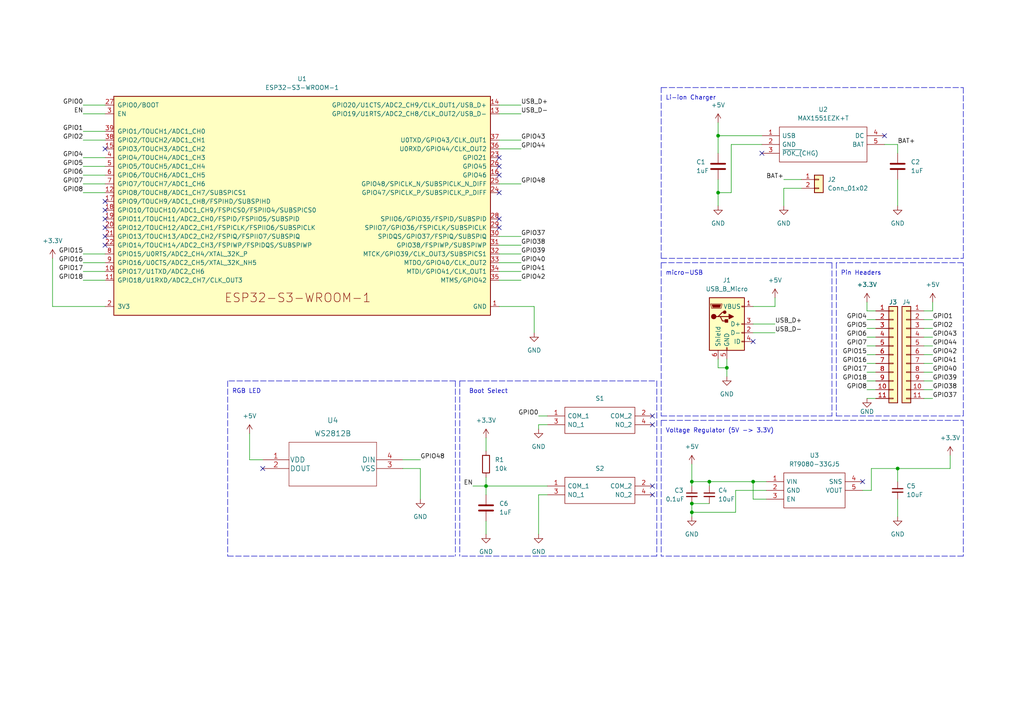
<source format=kicad_sch>
(kicad_sch (version 20211123) (generator eeschema)
  (paper "A4")
  (lib_symbols
    (symbol "Connector:USB_B_Micro" (pin_names (offset 1.016))
      (property "Reference" "J" (at -5.08 11.43 0))
      (property "Value" "USB_B_Micro" (at -5.08 8.89 0))
      (symbol "USB_B_Micro_0_1"
        (rectangle (start -5.08 -7.62) (end 5.08 7.62) (stroke (width 0.254)) (fill (type background)))
        (circle (center -3.81 2.159) (radius 0.635) (stroke (width 0.254)) (fill (type outline)))
        (circle (center -0.635 3.429) (radius 0.381) (stroke (width 0.254)) (fill (type outline)))
        (rectangle (start -0.127 -7.62) (end 0.127 -6.858))
        (polyline (pts (xy -1.905 2.159) (xy 0.635 2.159)) (stroke (width 0.254)))
        (polyline (pts (xy -3.175 2.159) (xy -2.54 2.159) (xy -1.27 3.429) (xy -0.635 3.429)) (stroke (width 0.254)))
        (polyline (pts (xy -2.54 2.159) (xy -1.905 2.159) (xy -1.27 0.889) (xy 0 0.889)) (stroke (width 0.254)))
        (polyline (pts (xy 0.635 2.794) (xy 0.635 1.524) (xy 1.905 2.159) (xy 0.635 2.794)) (stroke (width 0.254)) (fill (type outline)))
        (polyline (pts (xy -4.318 5.588) (xy -1.778 5.588) (xy -2.032 4.826) (xy -4.064 4.826) (xy -4.318 5.588)) (fill (type outline)))
        (polyline (pts (xy -4.699 5.842) (xy -4.699 5.588) (xy -4.445 4.826) (xy -4.445 4.572) (xy -1.651 4.572) (xy -1.651 4.826) (xy -1.397 5.588) (xy -1.397 5.842) (xy -4.699 5.842)))
        (rectangle (start 0.254 1.27) (end -0.508 0.508) (stroke (width 0.254)) (fill (type outline)))
        (rectangle (start 5.08 -5.207) (end 4.318 -4.953))
        (rectangle (start 5.08 -2.667) (end 4.318 -2.413))
        (rectangle (start 5.08 -0.127) (end 4.318 0.127))
        (rectangle (start 5.08 4.953) (end 4.318 5.207))
      )
      (symbol "USB_B_Micro_1_1"
        (pin power_out line (at 7.62 5.08 180) (length 2.54) (name "VBUS") (number "1"))
        (pin bidirectional line (at 7.62 -2.54 180) (length 2.54) (name "D-") (number "2"))
        (pin bidirectional line (at 7.62 0 180) (length 2.54) (name "D+") (number "3"))
        (pin passive line (at 7.62 -5.08 180) (length 2.54) (name "ID") (number "4"))
        (pin power_out line (at 0 -10.16 90) (length 2.54) (name "GND") (number "5"))
        (pin passive line (at -2.54 -10.16 90) (length 2.54) (name "Shield") (number "6"))
      )
    )
    (symbol "Connector_Generic:Conn_01x02" (pin_names (offset 1.016) hide)
      (property "Reference" "J" (at 0 2.54 0))
      (property "Value" "Conn_01x02" (at 0 -5.08 0))
      (symbol "Conn_01x02_1_1"
        (rectangle (start -1.27 -2.413) (end 0 -2.667) (stroke (width 0.1524)))
        (rectangle (start -1.27 0.127) (end 0 -0.127) (stroke (width 0.1524)))
        (rectangle (start -1.27 1.27) (end 1.27 -3.81) (stroke (width 0.254)) (fill (type background)))
        (pin passive line (at -5.08 0 0) (length 3.81) (name "Pin_1") (number "1"))
        (pin passive line (at -5.08 -2.54 0) (length 3.81) (name "Pin_2") (number "2"))
      )
    )
    (symbol "Connector_Generic:Conn_01x11" (pin_names (offset 1.016) hide)
      (property "Reference" "J" (at 0 15.24 0))
      (property "Value" "Conn_01x11" (at 0 -15.24 0))
      (symbol "Conn_01x11_1_1"
        (rectangle (start -1.27 -12.573) (end 0 -12.827) (stroke (width 0.1524)))
        (rectangle (start -1.27 -10.033) (end 0 -10.287) (stroke (width 0.1524)))
        (rectangle (start -1.27 -7.493) (end 0 -7.747) (stroke (width 0.1524)))
        (rectangle (start -1.27 -4.953) (end 0 -5.207) (stroke (width 0.1524)))
        (rectangle (start -1.27 -2.413) (end 0 -2.667) (stroke (width 0.1524)))
        (rectangle (start -1.27 0.127) (end 0 -0.127) (stroke (width 0.1524)))
        (rectangle (start -1.27 2.667) (end 0 2.413) (stroke (width 0.1524)))
        (rectangle (start -1.27 5.207) (end 0 4.953) (stroke (width 0.1524)))
        (rectangle (start -1.27 7.747) (end 0 7.493) (stroke (width 0.1524)))
        (rectangle (start -1.27 10.287) (end 0 10.033) (stroke (width 0.1524)))
        (rectangle (start -1.27 12.827) (end 0 12.573) (stroke (width 0.1524)))
        (rectangle (start -1.27 13.97) (end 1.27 -13.97) (stroke (width 0.254)) (fill (type background)))
        (pin passive line (at -5.08 12.7 0) (length 3.81) (name "Pin_1") (number "1"))
        (pin passive line (at -5.08 -10.16 0) (length 3.81) (name "Pin_10") (number "10"))
        (pin passive line (at -5.08 -12.7 0) (length 3.81) (name "Pin_11") (number "11"))
        (pin passive line (at -5.08 10.16 0) (length 3.81) (name "Pin_2") (number "2"))
        (pin passive line (at -5.08 7.62 0) (length 3.81) (name "Pin_3") (number "3"))
        (pin passive line (at -5.08 5.08 0) (length 3.81) (name "Pin_4") (number "4"))
        (pin passive line (at -5.08 2.54 0) (length 3.81) (name "Pin_5") (number "5"))
        (pin passive line (at -5.08 0 0) (length 3.81) (name "Pin_6") (number "6"))
        (pin passive line (at -5.08 -2.54 0) (length 3.81) (name "Pin_7") (number "7"))
        (pin passive line (at -5.08 -5.08 0) (length 3.81) (name "Pin_8") (number "8"))
        (pin passive line (at -5.08 -7.62 0) (length 3.81) (name "Pin_9") (number "9"))
      )
    )
    (symbol "Device:C" (pin_numbers hide) (pin_names (offset 0.254))
      (property "Reference" "C" (at 0.635 2.54 0))
      (property "Value" "C" (at 0.635 -2.54 0))
      (symbol "C_0_1"
        (polyline (pts (xy -2.032 -0.762) (xy 2.032 -0.762)) (stroke (width 0.508)))
        (polyline (pts (xy -2.032 0.762) (xy 2.032 0.762)) (stroke (width 0.508)))
      )
      (symbol "C_1_1"
        (pin passive line (at 0 3.81 270) (length 2.794) (name "~") (number "1"))
        (pin passive line (at 0 -3.81 90) (length 2.794) (name "~") (number "2"))
      )
    )
    (symbol "Device:C_Small" (pin_numbers hide) (pin_names (offset 0.254) hide)
      (property "Reference" "C" (at 0.254 1.778 0))
      (property "Value" "C_Small" (at 0.254 -2.032 0))
      (symbol "C_Small_0_1"
        (polyline (pts (xy -1.524 -0.508) (xy 1.524 -0.508)) (stroke (width 0.3302)))
        (polyline (pts (xy -1.524 0.508) (xy 1.524 0.508)) (stroke (width 0.3048)))
      )
      (symbol "C_Small_1_1"
        (pin passive line (at 0 2.54 270) (length 2.032) (name "~") (number "1"))
        (pin passive line (at 0 -2.54 90) (length 2.032) (name "~") (number "2"))
      )
    )
    (symbol "Device:R" (pin_numbers hide) (pin_names (offset 0))
      (property "Reference" "R" (at 2.032 0 90))
      (property "Value" "R" (at 0 0 90))
      (symbol "R_0_1"
        (rectangle (start -1.016 -2.54) (end 1.016 2.54) (stroke (width 0.254)))
      )
      (symbol "R_1_1"
        (pin passive line (at 0 3.81 270) (length 1.27) (name "~") (number "1"))
        (pin passive line (at 0 -3.81 90) (length 1.27) (name "~") (number "2"))
      )
    )
    (symbol "Espressif:ESP32-S3-WROOM-1" (pin_names (offset 1.016))
      (property "Reference" "U" (at -53.34 38.1 0))
      (property "Value" "ESP32-S3-WROOM-1" (at -53.34 35.56 0))
      (symbol "ESP32-S3-WROOM-1_0_0"
        (rectangle (start -53.34 33.02) (end 55.88 -30.48) (stroke (width 0.254)) (fill (type background)))
        (text "ESP32-S3-WROOM-1" (at 0 -25.4 0) (effects (font (size 2.54 2.54))))
        (pin power_in line (at 58.42 -27.94 180) (length 2.54) (name "GND") (number "1"))
        (pin bidirectional line (at -55.88 -17.78 0) (length 2.54) (name "GPIO17/U1TXD/ADC2_CH6") (number "10"))
        (pin bidirectional line (at -55.88 -20.32 0) (length 2.54) (name "GPIO18/U1RXD/ADC2_CH7/CLK_OUT3") (number "11"))
        (pin bidirectional line (at -55.88 5.08 0) (length 2.54) (name "GPIO8/TOUCH8/ADC1_CH7/SUBSPICS1") (number "12"))
        (pin bidirectional line (at 58.42 27.94 180) (length 2.54) (name "GPIO19/U1RTS/ADC2_CH8/CLK_OUT2/USB_D-") (number "13"))
        (pin bidirectional line (at 58.42 30.48 180) (length 2.54) (name "GPIO20/U1CTS/ADC2_CH9/CLK_OUT1/USB_D+") (number "14"))
        (pin bidirectional line (at -55.88 17.78 0) (length 2.54) (name "GPIO3/TOUCH3/ADC1_CH2") (number "15"))
        (pin bidirectional line (at 58.42 10.16 180) (length 2.54) (name "GPIO46") (number "16"))
        (pin bidirectional line (at -55.88 2.54 0) (length 2.54) (name "GPIO9/TOUCH9/ADC1_CH8/FSPIHD/SUBSPIHD") (number "17"))
        (pin bidirectional line (at -55.88 0 0) (length 2.54) (name "GPIO10/TOUCH10/ADC1_CH9/FSPICS0/FSPIIO4/SUBSPICS0") (number "18"))
        (pin bidirectional line (at -55.88 -2.54 0) (length 2.54) (name "GPIO11/TOUCH11/ADC2_CH0/FSPID/FSPIIO5/SUBSPID") (number "19"))
        (pin power_in line (at -55.88 -27.94 0) (length 2.54) (name "3V3") (number "2"))
        (pin bidirectional line (at -55.88 -5.08 0) (length 2.54) (name "GPIO12/TOUCH12/ADC2_CH1/FSPICLK/FSPIIO6/SUBSPICLK") (number "20"))
        (pin bidirectional line (at -55.88 -7.62 0) (length 2.54) (name "GPIO13/TOUCH13/ADC2_CH2/FSPIQ/FSPIIO7/SUBSPIQ") (number "21"))
        (pin bidirectional line (at -55.88 -10.16 0) (length 2.54) (name "GPIO14/TOUCH14/ADC2_CH3/FSPIWP/FSPIDQS/SUBSPIWP") (number "22"))
        (pin bidirectional line (at 58.42 15.24 180) (length 2.54) (name "GPIO21") (number "23"))
        (pin bidirectional line (at 58.42 5.08 180) (length 2.54) (name "GPIO47/SPICLK_P/SUBSPICLK_P_DIFF") (number "24"))
        (pin bidirectional line (at 58.42 7.62 180) (length 2.54) (name "GPIO48/SPICLK_N/SUBSPICLK_N_DIFF") (number "25"))
        (pin bidirectional line (at 58.42 12.7 180) (length 2.54) (name "GPIO45") (number "26"))
        (pin bidirectional line (at -55.88 30.48 0) (length 2.54) (name "GPIO0/BOOT") (number "27"))
        (pin bidirectional line (at 58.42 -2.54 180) (length 2.54) (name "SPIIO6/GPIO35/FSPID/SUBSPID") (number "28"))
        (pin bidirectional line (at 58.42 -5.08 180) (length 2.54) (name "SPIIO7/GPIO36/FSPICLK/SUBSPICLK") (number "29"))
        (pin input line (at -55.88 27.94 0) (length 2.54) (name "EN") (number "3"))
        (pin bidirectional line (at 58.42 -7.62 180) (length 2.54) (name "SPIDQS/GPIO37/FSPIQ/SUBSPIQ") (number "30"))
        (pin bidirectional line (at 58.42 -10.16 180) (length 2.54) (name "GPIO38/FSPIWP/SUBSPIWP") (number "31"))
        (pin bidirectional line (at 58.42 -12.7 180) (length 2.54) (name "MTCK/GPIO39/CLK_OUT3/SUBSPICS1") (number "32"))
        (pin bidirectional line (at 58.42 -15.24 180) (length 2.54) (name "MTDO/GPIO40/CLK_OUT2") (number "33"))
        (pin bidirectional line (at 58.42 -17.78 180) (length 2.54) (name "MTDI/GPIO41/CLK_OUT1") (number "34"))
        (pin bidirectional line (at 58.42 -20.32 180) (length 2.54) (name "MTMS/GPIO42") (number "35"))
        (pin bidirectional line (at 58.42 17.78 180) (length 2.54) (name "U0RXD/GPIO44/CLK_OUT2") (number "36"))
        (pin bidirectional line (at 58.42 20.32 180) (length 2.54) (name "U0TXD/GPIO43/CLK_OUT1") (number "37"))
        (pin bidirectional line (at -55.88 20.32 0) (length 2.54) (name "GPIO2/TOUCH2/ADC1_CH1") (number "38"))
        (pin bidirectional line (at -55.88 22.86 0) (length 2.54) (name "GPIO1/TOUCH1/ADC1_CH0") (number "39"))
        (pin bidirectional line (at -55.88 15.24 0) (length 2.54) (name "GPIO4/TOUCH4/ADC1_CH3") (number "4"))
        (pin passive line (at 58.42 -27.94 180) (length 2.54) hide (name "GND") (number "40"))
        (pin passive line (at 58.42 -27.94 180) (length 2.54) hide (name "GND") (number "41"))
        (pin bidirectional line (at -55.88 12.7 0) (length 2.54) (name "GPIO5/TOUCH5/ADC1_CH4") (number "5"))
        (pin bidirectional line (at -55.88 10.16 0) (length 2.54) (name "GPIO6/TOUCH6/ADC1_CH5") (number "6"))
        (pin bidirectional line (at -55.88 7.62 0) (length 2.54) (name "GPIO7/TOUCH7/ADC1_CH6") (number "7"))
        (pin bidirectional line (at -55.88 -12.7 0) (length 2.54) (name "GPIO15/U0RTS/ADC2_CH4/XTAL_32K_P") (number "8"))
        (pin bidirectional line (at -55.88 -15.24 0) (length 2.54) (name "GPIO16/U0CTS/ADC2_CH5/XTAL_32K_NH5") (number "9"))
      )
    )
    (symbol "SamacSys:MAX1551EZK+T" (pin_names (offset 0.762))
      (property "Reference" "IC" (at 31.75 7.62 0))
      (property "Value" "MAX1551EZK+T" (at 31.75 5.08 0))
      (symbol "MAX1551EZK+T_0_0"
        (pin passive line (at 0 0 0) (length 5.08) (name "USB") (number "1"))
        (pin passive line (at 0 -2.54 0) (length 5.08) (name "GND") (number "2"))
        (pin passive line (at 0 -5.08 0) (length 5.08) (name "~{POK_(}CHG)") (number "3"))
        (pin passive line (at 35.56 0 180) (length 5.08) (name "DC") (number "4"))
        (pin passive line (at 35.56 -2.54 180) (length 5.08) (name "BAT") (number "5"))
      )
      (symbol "MAX1551EZK+T_0_1"
        (polyline (pts (xy 5.08 2.54) (xy 30.48 2.54) (xy 30.48 -7.62) (xy 5.08 -7.62) (xy 5.08 2.54)) (stroke (width 0.1524)))
      )
    )
    (symbol "SamacSys:PTS815_SJM_250_SMTR_LFS" (pin_names (offset 0.762))
      (property "Reference" "S" (at 26.67 7.62 0))
      (property "Value" "PTS815_SJM_250_SMTR_LFS" (at 26.67 5.08 0))
      (symbol "PTS815_SJM_250_SMTR_LFS_0_0"
        (pin passive line (at 0 0 0) (length 5.08) (name "COM_1") (number "1"))
        (pin passive line (at 30.48 0 180) (length 5.08) (name "COM_2") (number "2"))
        (pin passive line (at 0 -2.54 0) (length 5.08) (name "NO_1") (number "3"))
        (pin passive line (at 30.48 -2.54 180) (length 5.08) (name "NO_2") (number "4"))
      )
      (symbol "PTS815_SJM_250_SMTR_LFS_0_1"
        (polyline (pts (xy 5.08 2.54) (xy 25.4 2.54) (xy 25.4 -5.08) (xy 5.08 -5.08) (xy 5.08 2.54)) (stroke (width 0.1524)))
      )
    )
    (symbol "SamacSys:RT9080-33GJ5" (pin_names (offset 0.762))
      (property "Reference" "IC" (at 24.13 7.62 0))
      (property "Value" "RT9080-33GJ5" (at 24.13 5.08 0))
      (symbol "RT9080-33GJ5_0_0"
        (pin passive line (at 0 0 0) (length 5.08) (name "VIN") (number "1"))
        (pin passive line (at 0 -2.54 0) (length 5.08) (name "GND") (number "2"))
        (pin passive line (at 0 -5.08 0) (length 5.08) (name "EN") (number "3"))
        (pin passive line (at 27.94 0 180) (length 5.08) (name "SNS") (number "4"))
        (pin passive line (at 27.94 -2.54 180) (length 5.08) (name "VOUT") (number "5"))
      )
      (symbol "RT9080-33GJ5_0_1"
        (polyline (pts (xy 5.08 2.54) (xy 22.86 2.54) (xy 22.86 -7.62) (xy 5.08 -7.62) (xy 5.08 2.54)) (stroke (width 0.1524)))
      )
    )
    (symbol "WS2812B:WS2812B" (pin_names (offset 0.254))
      (property "Reference" "U" (at 20.32 10.16 0))
      (property "Value" "WS2812B" (at 20.32 7.62 0))
      (symbol "WS2812B_1_1"
        (polyline (pts (xy 7.62 -7.62) (xy 33.02 -7.62)) (stroke (width 0.127)))
        (polyline (pts (xy 7.62 5.08) (xy 7.62 -7.62)) (stroke (width 0.127)))
        (polyline (pts (xy 33.02 -7.62) (xy 33.02 5.08)) (stroke (width 0.127)))
        (polyline (pts (xy 33.02 5.08) (xy 7.62 5.08)) (stroke (width 0.127)))
        (pin power_in line (at 0 0 0) (length 7.62) (name "VDD") (number "1"))
        (pin output line (at 0 -2.54 0) (length 7.62) (name "DOUT") (number "2"))
        (pin power_in line (at 40.64 -2.54 180) (length 7.62) (name "VSS") (number "3"))
        (pin input line (at 40.64 0 180) (length 7.62) (name "DIN") (number "4"))
      )
    )
    (symbol "power:+3.3V" (power) (pin_names (offset 0))
      (property "Value" "+3.3V" (at 0 3.556 0))
      (symbol "+3.3V_0_1"
        (polyline (pts (xy -0.762 1.27) (xy 0 2.54)))
        (polyline (pts (xy 0 0) (xy 0 2.54)))
        (polyline (pts (xy 0 2.54) (xy 0.762 1.27)))
      )
      (symbol "+3.3V_1_1"
        (pin power_in line (at 0 0 90) (length 0) hide (name "+3.3V") (number "1"))
      )
    )
    (symbol "power:+5V" (power) (pin_names (offset 0))
      (property "Value" "+5V" (at 0 3.556 0))
      (symbol "+5V_0_1"
        (polyline (pts (xy -0.762 1.27) (xy 0 2.54)))
        (polyline (pts (xy 0 0) (xy 0 2.54)))
        (polyline (pts (xy 0 2.54) (xy 0.762 1.27)))
      )
      (symbol "+5V_1_1"
        (pin power_in line (at 0 0 90) (length 0) hide (name "+5V") (number "1"))
      )
    )
    (symbol "power:GND" (power) (pin_names (offset 0))
      (property "Value" "GND" (at 0 -3.81 0))
      (symbol "GND_0_1"
        (polyline (pts (xy 0 0) (xy 0 -1.27) (xy 1.27 -1.27) (xy 0 -2.54) (xy -1.27 -1.27) (xy 0 -1.27)))
      )
      (symbol "GND_1_1"
        (pin power_in line (at 0 0 270) (length 0) hide (name "GND") (number "1"))
      )
    )
  )
  (junction (at 205.74 139.7))
  (junction (at 200.66 148.59))
  (junction (at 210.82 106.68))
  (junction (at 208.28 55.88))
  (junction (at 260.35 135.89))
  (junction (at 218.44 139.7))
  (junction (at 200.66 146.05))
  (junction (at 208.28 39.37))
  (junction (at 140.97 140.97))
  (junction (at 200.66 139.7))
  (no_connect (at 144.78 50.8))
  (no_connect (at 30.48 58.42))
  (no_connect (at 189.23 123.19))
  (no_connect (at 144.78 66.04))
  (no_connect (at 30.48 71.12))
  (no_connect (at 30.48 66.04))
  (no_connect (at 76.2 135.89))
  (no_connect (at 144.78 55.88))
  (no_connect (at 144.78 63.5))
  (no_connect (at 256.54 39.37))
  (no_connect (at 30.48 63.5))
  (no_connect (at 30.48 60.96))
  (no_connect (at 189.23 140.97))
  (no_connect (at 218.44 99.06))
  (no_connect (at 220.98 44.45))
  (no_connect (at 189.23 143.51))
  (no_connect (at 250.19 139.7))
  (no_connect (at 144.78 45.72))
  (no_connect (at 189.23 120.65))
  (no_connect (at 30.48 68.58))
  (no_connect (at 30.48 43.18))
  (no_connect (at 144.78 48.26))
  (wire (pts (xy 251.46 100.33) (xy 254 100.33)))
  (wire (pts (xy 24.13 76.2) (xy 30.48 76.2)))
  (wire (pts (xy 24.13 81.28) (xy 30.48 81.28)))
  (wire (pts (xy 267.97 102.87) (xy 270.51 102.87)))
  (polyline (pts (xy 191.77 74.93) (xy 279.4 74.93)))
  (wire (pts (xy 72.39 125.73) (xy 72.39 133.35)))
  (wire (pts (xy 252.73 142.24) (xy 252.73 135.89)))
  (polyline (pts (xy 242.57 120.65) (xy 279.4 120.65)))
  (wire (pts (xy 208.28 106.68) (xy 210.82 106.68)))
  (wire (pts (xy 144.78 30.48) (xy 151.13 30.48)))
  (wire (pts (xy 24.13 30.48) (xy 30.48 30.48)))
  (wire (pts (xy 116.84 135.89) (xy 121.92 135.89)))
  (wire (pts (xy 200.66 139.7) (xy 200.66 140.97)))
  (wire (pts (xy 218.44 88.9) (xy 224.79 88.9)))
  (wire (pts (xy 200.66 146.05) (xy 205.74 146.05)))
  (wire (pts (xy 251.46 92.71) (xy 254 92.71)))
  (wire (pts (xy 275.59 135.89) (xy 275.59 132.08)))
  (wire (pts (xy 222.25 144.78) (xy 218.44 144.78)))
  (wire (pts (xy 256.54 41.91) (xy 260.35 41.91)))
  (wire (pts (xy 24.13 78.74) (xy 30.48 78.74)))
  (polyline (pts (xy 191.77 25.4) (xy 279.4 25.4)))
  (wire (pts (xy 213.36 148.59) (xy 213.36 142.24)))
  (wire (pts (xy 220.98 41.91) (xy 212.09 41.91)))
  (wire (pts (xy 205.74 139.7) (xy 205.74 140.97)))
  (wire (pts (xy 218.44 96.52) (xy 224.79 96.52)))
  (wire (pts (xy 267.97 90.17) (xy 270.51 90.17)))
  (wire (pts (xy 208.28 55.88) (xy 208.28 59.69)))
  (wire (pts (xy 251.46 87.63) (xy 251.46 90.17)))
  (wire (pts (xy 267.97 92.71) (xy 270.51 92.71)))
  (wire (pts (xy 208.28 52.07) (xy 208.28 55.88)))
  (polyline (pts (xy 66.04 110.49) (xy 66.04 161.29)))
  (wire (pts (xy 144.78 68.58) (xy 151.13 68.58)))
  (wire (pts (xy 24.13 45.72) (xy 30.48 45.72)))
  (polyline (pts (xy 242.57 76.2) (xy 242.57 120.65)))
  (wire (pts (xy 24.13 38.1) (xy 30.48 38.1)))
  (polyline (pts (xy 279.4 76.2) (xy 242.57 76.2)))
  (wire (pts (xy 224.79 88.9) (xy 224.79 86.36)))
  (wire (pts (xy 212.09 55.88) (xy 208.28 55.88)))
  (wire (pts (xy 15.24 74.93) (xy 15.24 88.9)))
  (wire (pts (xy 267.97 113.03) (xy 270.51 113.03)))
  (polyline (pts (xy 279.4 25.4) (xy 279.4 74.93)))
  (wire (pts (xy 208.28 39.37) (xy 208.28 44.45)))
  (wire (pts (xy 267.97 95.25) (xy 270.51 95.25)))
  (polyline (pts (xy 191.77 74.93) (xy 191.77 25.4)))
  (wire (pts (xy 208.28 104.14) (xy 208.28 106.68)))
  (wire (pts (xy 251.46 90.17) (xy 254 90.17)))
  (wire (pts (xy 76.2 133.35) (xy 72.39 133.35)))
  (polyline (pts (xy 191.77 120.65) (xy 241.3 120.65)))
  (wire (pts (xy 260.35 52.07) (xy 260.35 59.69)))
  (wire (pts (xy 212.09 41.91) (xy 212.09 55.88)))
  (wire (pts (xy 267.97 110.49) (xy 270.51 110.49)))
  (polyline (pts (xy 241.3 76.2) (xy 191.77 76.2)))
  (wire (pts (xy 144.78 53.34) (xy 151.13 53.34)))
  (wire (pts (xy 24.13 55.88) (xy 30.48 55.88)))
  (wire (pts (xy 144.78 71.12) (xy 151.13 71.12)))
  (wire (pts (xy 251.46 97.79) (xy 254 97.79)))
  (wire (pts (xy 260.35 135.89) (xy 275.59 135.89)))
  (wire (pts (xy 144.78 81.28) (xy 151.13 81.28)))
  (wire (pts (xy 267.97 105.41) (xy 270.51 105.41)))
  (wire (pts (xy 251.46 102.87) (xy 254 102.87)))
  (polyline (pts (xy 191.77 121.92) (xy 191.77 161.29)))
  (wire (pts (xy 251.46 105.41) (xy 254 105.41)))
  (polyline (pts (xy 190.5 110.49) (xy 190.5 161.29)))
  (wire (pts (xy 227.33 52.07) (xy 232.41 52.07)))
  (polyline (pts (xy 279.4 121.92) (xy 279.4 161.29)))
  (wire (pts (xy 200.66 149.86) (xy 200.66 148.59)))
  (wire (pts (xy 267.97 115.57) (xy 270.51 115.57)))
  (polyline (pts (xy 279.4 120.65) (xy 279.4 76.2)))
  (wire (pts (xy 208.28 35.56) (xy 208.28 39.37)))
  (wire (pts (xy 24.13 33.02) (xy 30.48 33.02)))
  (wire (pts (xy 24.13 48.26) (xy 30.48 48.26)))
  (wire (pts (xy 144.78 78.74) (xy 151.13 78.74)))
  (wire (pts (xy 200.66 134.62) (xy 200.66 139.7)))
  (polyline (pts (xy 191.77 76.2) (xy 191.77 120.65)))
  (wire (pts (xy 213.36 142.24) (xy 222.25 142.24)))
  (wire (pts (xy 140.97 127) (xy 140.97 130.81)))
  (wire (pts (xy 116.84 133.35) (xy 121.92 133.35)))
  (wire (pts (xy 144.78 73.66) (xy 151.13 73.66)))
  (wire (pts (xy 267.97 97.79) (xy 270.51 97.79)))
  (wire (pts (xy 144.78 43.18) (xy 151.13 43.18)))
  (polyline (pts (xy 279.4 161.29) (xy 191.77 161.29)))
  (wire (pts (xy 210.82 104.14) (xy 210.82 106.68)))
  (polyline (pts (xy 190.5 161.29) (xy 133.35 161.29)))
  (wire (pts (xy 24.13 73.66) (xy 30.48 73.66)))
  (polyline (pts (xy 132.08 110.49) (xy 132.08 161.29)))
  (wire (pts (xy 156.21 143.51) (xy 156.21 154.94)))
  (polyline (pts (xy 241.3 76.2) (xy 241.3 120.65)))
  (wire (pts (xy 232.41 54.61) (xy 227.33 54.61)))
  (wire (pts (xy 260.35 41.91) (xy 260.35 44.45)))
  (wire (pts (xy 267.97 100.33) (xy 270.51 100.33)))
  (wire (pts (xy 158.75 143.51) (xy 156.21 143.51)))
  (wire (pts (xy 30.48 88.9) (xy 15.24 88.9)))
  (wire (pts (xy 140.97 151.13) (xy 140.97 154.94)))
  (wire (pts (xy 208.28 39.37) (xy 220.98 39.37)))
  (polyline (pts (xy 191.77 121.92) (xy 279.4 121.92)))
  (wire (pts (xy 251.46 113.03) (xy 254 113.03)))
  (wire (pts (xy 251.46 115.57) (xy 254 115.57)))
  (wire (pts (xy 270.51 90.17) (xy 270.51 87.63)))
  (wire (pts (xy 251.46 95.25) (xy 254 95.25)))
  (wire (pts (xy 24.13 40.64) (xy 30.48 40.64)))
  (wire (pts (xy 267.97 107.95) (xy 270.51 107.95)))
  (wire (pts (xy 144.78 33.02) (xy 151.13 33.02)))
  (wire (pts (xy 218.44 93.98) (xy 224.79 93.98)))
  (wire (pts (xy 260.35 144.78) (xy 260.35 149.86)))
  (wire (pts (xy 140.97 140.97) (xy 158.75 140.97)))
  (wire (pts (xy 156.21 123.19) (xy 156.21 124.46)))
  (wire (pts (xy 227.33 54.61) (xy 227.33 59.69)))
  (wire (pts (xy 218.44 139.7) (xy 222.25 139.7)))
  (wire (pts (xy 144.78 76.2) (xy 151.13 76.2)))
  (wire (pts (xy 158.75 123.19) (xy 156.21 123.19)))
  (wire (pts (xy 205.74 139.7) (xy 218.44 139.7)))
  (wire (pts (xy 200.66 146.05) (xy 200.66 148.59)))
  (wire (pts (xy 200.66 139.7) (xy 205.74 139.7)))
  (wire (pts (xy 144.78 88.9) (xy 154.94 88.9)))
  (wire (pts (xy 218.44 144.78) (xy 218.44 139.7)))
  (wire (pts (xy 137.16 140.97) (xy 140.97 140.97)))
  (polyline (pts (xy 133.35 110.49) (xy 190.5 110.49)))
  (wire (pts (xy 24.13 53.34) (xy 30.48 53.34)))
  (polyline (pts (xy 133.35 110.49) (xy 133.35 161.29)))
  (wire (pts (xy 260.35 135.89) (xy 260.35 139.7)))
  (wire (pts (xy 140.97 140.97) (xy 140.97 143.51)))
  (wire (pts (xy 210.82 106.68) (xy 210.82 109.22)))
  (wire (pts (xy 213.36 148.59) (xy 200.66 148.59)))
  (wire (pts (xy 251.46 110.49) (xy 254 110.49)))
  (polyline (pts (xy 66.04 161.29) (xy 132.08 161.29)))
  (polyline (pts (xy 132.08 110.49) (xy 66.04 110.49)))
  (wire (pts (xy 154.94 88.9) (xy 154.94 96.52)))
  (wire (pts (xy 121.92 135.89) (xy 121.92 144.78)))
  (wire (pts (xy 250.19 142.24) (xy 252.73 142.24)))
  (wire (pts (xy 144.78 40.64) (xy 151.13 40.64)))
  (wire (pts (xy 24.13 50.8) (xy 30.48 50.8)))
  (wire (pts (xy 252.73 135.89) (xy 260.35 135.89)))
  (wire (pts (xy 251.46 107.95) (xy 254 107.95)))
  (wire (pts (xy 140.97 138.43) (xy 140.97 140.97)))
  (wire (pts (xy 156.21 120.65) (xy 158.75 120.65)))
  (text "RGB LED" (at 67.31 114.3 0) (effects (font (size 1.27 1.27)) (justify left bottom)))
  (text "Boot Select" (at 147.32 114.3 180) (effects (font (size 1.27 1.27)) (justify right bottom)))
  (text "Li-ion Charger" (at 193.04 29.21 0) (effects (font (size 1.27 1.27)) (justify left bottom)))
  (text "micro-USB" (at 193.04 80.01 0) (effects (font (size 1.27 1.27)) (justify left bottom)))
  (text "Voltage Regulator (5V -> 3.3V)" (at 193.04 125.73 0) (effects (font (size 1.27 1.27)) (justify left bottom)))
  (text "Pin Headers" (at 243.84 80.01 0) (effects (font (size 1.27 1.27)) (justify left bottom)))
  (label "GPIO8" (at 24.13 55.88 180))
  (label "GPIO39" (at 270.51 110.49 0))
  (label "GPIO2" (at 24.13 40.64 180))
  (label "EN" (at 137.16 140.97 180))
  (label "EN" (at 24.13 33.02 180))
  (label "GPIO42" (at 151.13 81.28 0))
  (label "GPIO6" (at 24.13 50.8 180))
  (label "GPIO16" (at 24.13 76.2 180))
  (label "GPIO48" (at 151.13 53.34 0))
  (label "GPIO41" (at 270.51 105.41 0))
  (label "GPIO7" (at 251.46 100.33 180))
  (label "GPIO2" (at 270.51 95.25 0))
  (label "GPIO44" (at 270.51 100.33 0))
  (label "GPIO5" (at 24.13 48.26 180))
  (label "GPIO48" (at 121.92 133.35 0))
  (label "BAT+" (at 260.35 41.91 0))
  (label "GPIO37" (at 151.13 68.58 0))
  (label "GPIO5" (at 251.46 95.25 180))
  (label "GPIO39" (at 151.13 73.66 0))
  (label "GPIO4" (at 251.46 92.71 180))
  (label "GPIO38" (at 151.13 71.12 0))
  (label "GPIO15" (at 24.13 73.66 180))
  (label "GPIO41" (at 151.13 78.74 0))
  (label "GPIO6" (at 251.46 97.79 180))
  (label "USB_D-" (at 151.13 33.02 0))
  (label "GPIO1" (at 270.51 92.71 0))
  (label "GPIO15" (at 251.46 102.87 180))
  (label "GPIO38" (at 270.51 113.03 0))
  (label "GPIO18" (at 251.46 110.49 180))
  (label "GPIO16" (at 251.46 105.41 180))
  (label "GPIO7" (at 24.13 53.34 180))
  (label "GPIO4" (at 24.13 45.72 180))
  (label "GPIO40" (at 151.13 76.2 0))
  (label "GPIO42" (at 270.51 102.87 0))
  (label "USB_D-" (at 224.79 96.52 0))
  (label "GPIO40" (at 270.51 107.95 0))
  (label "GPIO0" (at 24.13 30.48 180))
  (label "GPIO17" (at 24.13 78.74 180))
  (label "GPIO43" (at 151.13 40.64 0))
  (label "USB_D+" (at 151.13 30.48 0))
  (label "BAT+" (at 227.33 52.07 180))
  (label "GPIO0" (at 156.21 120.65 180))
  (label "GPIO44" (at 151.13 43.18 0))
  (label "GPIO1" (at 24.13 38.1 180))
  (label "USB_D+" (at 224.79 93.98 0))
  (label "GPIO17" (at 251.46 107.95 180))
  (label "GPIO43" (at 270.51 97.79 0))
  (label "GPIO8" (at 251.46 113.03 180))
  (label "GPIO37" (at 270.51 115.57 0))
  (label "GPIO18" (at 24.13 81.28 180))
  (symbol (lib_id "power:+3.3V") (at 15.24 74.93 0) (unit 1)
    (property "Reference" "#PWR01" (effects hide))
    (property "Value" "+3.3V" (at 15.24 69.85 0))
  )
  (symbol (lib_id "power:GND") (at 121.92 144.78 0) (unit 1)
    (property "Reference" "#PWR0109" (effects hide))
    (property "Value" "GND" (at 121.92 149.86 0))
  )
  (symbol (lib_id "SamacSys:MAX1551EZK+T") (at 220.98 39.37 0) (unit 1)
    (property "Reference" "U2" (at 238.76 31.75 0))
    (property "Value" "MAX1551EZK+T" (at 238.76 34.29 0))
    (property "Footprint" "SamacSys_Parts:SOT95P275X110-5N" (effects hide))
    (property "Datasheet" "https://datasheets.maximintegrated.com/en/ds/MAX1551-MAX1555.pdf" (effects hide))
    (property "Description" "SOT23 Dual-Input USB/AC Adapter 1-Cell Li+  Battery Chargers" (effects hide))
    (property "Height" "1.1" (effects hide))
    (property "Mouser Part Number" "700-MAX1551EZK+T" (effects hide))
    (property "Mouser Price/Stock" "https://www.mouser.co.uk/ProductDetail/Maxim-Integrated/MAX1551EZK%2bT?qs=LHmEVA8xxfbKN7Ezx6L4nQ%3D%3D" (effects hide))
    (property "Manufacturer_Name" "Maxim Integrated" (effects hide))
    (property "Manufacturer_Part_Number" "MAX1551EZK+T" (effects hide))
  )
  (symbol (lib_id "power:GND") (at 260.35 149.86 0) (unit 1)
    (property "Reference" "#PWR0103" (effects hide))
    (property "Value" "GND" (at 260.35 154.94 0))
  )
  (symbol (lib_id "Espressif:ESP32-S3-WROOM-1") (at 86.36 60.96 0) (unit 1)
    (property "Reference" "U1" (at 87.63 22.86 0))
    (property "Value" "ESP32-S3-WROOM-1" (at 87.63 25.4 0))
    (property "Footprint" "Espressif:ESP32-S3-WROOM-1" (effects hide))
    (property "Datasheet" "https://www.espressif.com/sites/default/files/documentation/esp32-s3-wroom-1_wroom-1u_datasheet_en.pdf" (effects hide))
  )
  (symbol (lib_id "SamacSys:PTS815_SJM_250_SMTR_LFS") (at 158.75 120.65 0) (unit 1)
    (property "Reference" "S1" (at 173.99 115.57 0))
    (property "Value" "PTS526_SM15_SMTR2_LFS" (effects hide))
    (property "Footprint" "SamacSys_Parts:PTS815SJM250SMTRLFS" (effects hide))
    (property "Datasheet" "https://componentsearchengine.com/Datasheets/1/PTS815 SJM 250 SMTR LFS.pdf" (effects hide))
    (property "Description" "Tactile Switches Tact Switch, 12 VDC, 50 mA, 4.2x3.2, 2.5mm H, 180gf, J leads" (effects hide))
    (property "Height" "2.7" (effects hide))
    (property "Mouser Part Number" "611-PTS815SJM250SMTR" (effects hide))
    (property "Mouser Price/Stock" "https://www.mouser.co.uk/ProductDetail/CK/PTS815-SJM-250-SMTR-LFS?qs=ahcBuItHZ3xKWmfV%2F2E6bA%3D%3D" (effects hide))
    (property "Manufacturer_Name" "C & K COMPONENTS" (effects hide))
    (property "Manufacturer_Part_Number" "PTS815 SJM 250 SMTR LFS" (effects hide))
  )
  (symbol (lib_id "power:+5V") (at 72.39 125.73 0) (unit 1)
    (property "Reference" "#PWR0110" (effects hide))
    (property "Value" "+5V" (at 72.39 120.65 0))
  )
  (symbol (lib_id "Device:R") (at 140.97 134.62 0) (unit 1)
    (property "Reference" "R1" (at 143.51 133.3499 0) (effects (justify left)))
    (property "Value" "10k" (at 143.51 135.8899 0) (effects (justify left)))
    (property "Footprint" "Resistor_SMD:R_0603_1608Metric" (effects hide))
  )
  (symbol (lib_id "power:+3.3V") (at 140.97 127 0) (unit 1)
    (property "Reference" "#PWR0101" (effects hide))
    (property "Value" "+3.3V" (at 140.97 121.92 0))
  )
  (symbol (lib_id "power:+5V") (at 224.79 86.36 0) (unit 1)
    (property "Reference" "#PWR04" (effects hide))
    (property "Value" "+5V" (at 224.79 81.28 0))
  )
  (symbol (lib_id "power:GND") (at 260.35 59.69 0) (unit 1)
    (property "Reference" "#PWR08" (effects hide))
    (property "Value" "GND" (at 260.35 64.77 0))
  )
  (symbol (lib_id "power:GND") (at 208.28 59.69 0) (unit 1)
    (property "Reference" "#PWR06" (effects hide))
    (property "Value" "GND" (at 208.28 64.77 0))
  )
  (symbol (lib_id "power:GND") (at 156.21 154.94 0) (unit 1)
    (property "Reference" "#PWR0107" (effects hide))
    (property "Value" "GND" (at 156.21 160.02 0))
  )
  (symbol (lib_id "Device:C_Small") (at 205.74 143.51 0) (unit 1)
    (property "Reference" "C4" (at 208.28 142.24 0) (effects (justify left)))
    (property "Value" "10uF" (at 208.28 144.7862 0) (effects (justify left)))
    (property "Footprint" "Capacitor_SMD:C_0603_1608Metric" (effects hide))
  )
  (symbol (lib_id "Connector_Generic:Conn_01x02") (at 237.49 52.07 0) (unit 1)
    (property "Reference" "J2" (at 240.03 52.0699 0) (effects (justify left)))
    (property "Value" "Conn_01x02" (at 240.03 54.6099 0) (effects (justify left)))
    (property "Footprint" "Connector_JST:JST_PH_S2B-PH-K_1x02_P2.00mm_Horizontal" (effects hide))
  )
  (symbol (lib_id "power:+5V") (at 208.28 35.56 0) (unit 1)
    (property "Reference" "#PWR05" (effects hide))
    (property "Value" "+5V" (at 208.28 30.48 0))
  )
  (symbol (lib_id "WS2812B:WS2812B") (at 76.2 133.35 0) (unit 1)
    (property "Reference" "U4" (at 96.52 121.92 0) (effects (font (size 1.524 1.524))))
    (property "Value" "WS2812B" (at 96.52 125.73 0) (effects (font (size 1.524 1.524))))
    (property "Footprint" "WS2812B:WS2812B" (effects hide))
  )
  (symbol (lib_id "power:GND") (at 156.21 124.46 0) (unit 1)
    (property "Reference" "#PWR0102" (effects hide))
    (property "Value" "GND" (at 156.21 129.54 0))
  )
  (symbol (lib_id "power:GND") (at 251.46 115.57 0) (unit 1)
    (property "Reference" "#PWR?" (effects hide))
    (property "Value" "GND" (at 251.46 119.38 0))
  )
  (symbol (lib_id "power:GND") (at 200.66 149.86 0) (unit 1)
    (property "Reference" "#PWR0106" (effects hide))
    (property "Value" "GND" (at 200.66 154.94 0))
  )
  (symbol (lib_id "Device:C") (at 140.97 147.32 0) (unit 1)
    (property "Reference" "C6" (at 144.78 146.0499 0) (effects (justify left)))
    (property "Value" "1uF" (at 144.78 148.5899 0) (effects (justify left)))
    (property "Footprint" "Capacitor_SMD:C_0603_1608Metric" (effects hide))
  )
  (symbol (lib_id "Device:C") (at 208.28 48.26 0) (unit 1)
    (property "Reference" "C1" (at 201.93 46.99 0) (effects (justify left)))
    (property "Value" "1uF" (at 201.93 49.53 0) (effects (justify left)))
    (property "Footprint" "Capacitor_SMD:C_0603_1608Metric" (effects hide))
  )
  (symbol (lib_id "Connector_Generic:Conn_01x11") (at 262.89 102.87 0) (mirror y) (unit 1)
    (property "Reference" "J4" (at 262.89 87.63 0))
    (property "Value" "Conn_01x11" (effects hide))
    (property "Footprint" "Connector_PinHeader_2.54mm:PinHeader_1x11_P2.54mm_Vertical" (effects hide))
  )
  (symbol (lib_id "SamacSys:RT9080-33GJ5") (at 222.25 139.7 0) (unit 1)
    (property "Reference" "U3" (at 236.22 132.08 0))
    (property "Value" "RT9080-33GJ5" (at 236.22 134.62 0))
    (property "Footprint" "SamacSys_Parts:SOT94P280X100-5N" (effects hide))
    (property "Datasheet" "https://www.richtek.com/assets/product_file/RT9080/DS9080-05.pdf" (effects hide))
    (property "Description" "IC REG LIN 3.3V 600MA TSOT23-5" (effects hide))
    (property "Height" "1" (effects hide))
    (property "Manufacturer_Name" "RICHTEK" (effects hide))
    (property "Manufacturer_Part_Number" "RT9080-33GJ5" (effects hide))
  )
  (symbol (lib_id "power:GND") (at 140.97 154.94 0) (unit 1)
    (property "Reference" "#PWR0108" (effects hide))
    (property "Value" "GND" (at 140.97 160.02 0))
  )
  (symbol (lib_id "SamacSys:PTS815_SJM_250_SMTR_LFS") (at 158.75 140.97 0) (unit 1)
    (property "Reference" "S2" (at 173.99 135.89 0))
    (property "Value" "PTS526_SM15_SMTR2_LFS" (effects hide))
    (property "Footprint" "SamacSys_Parts:PTS815SJM250SMTRLFS" (effects hide))
    (property "Datasheet" "https://componentsearchengine.com/Datasheets/1/PTS815 SJM 250 SMTR LFS.pdf" (effects hide))
    (property "Description" "Tactile Switches Tact Switch, 12 VDC, 50 mA, 4.2x3.2, 2.5mm H, 180gf, J leads" (effects hide))
    (property "Height" "2.7" (effects hide))
    (property "Mouser Part Number" "611-PTS815SJM250SMTR" (effects hide))
    (property "Mouser Price/Stock" "https://www.mouser.co.uk/ProductDetail/CK/PTS815-SJM-250-SMTR-LFS?qs=ahcBuItHZ3xKWmfV%2F2E6bA%3D%3D" (effects hide))
    (property "Manufacturer_Name" "C & K COMPONENTS" (effects hide))
    (property "Manufacturer_Part_Number" "PTS815 SJM 250 SMTR LFS" (effects hide))
  )
  (symbol (lib_id "power:GND") (at 210.82 109.22 0) (unit 1)
    (property "Reference" "#PWR03" (effects hide))
    (property "Value" "GND" (at 210.82 114.3 0))
  )
  (symbol (lib_id "power:+5V") (at 270.51 87.63 0) (unit 1)
    (property "Reference" "#PWR0111" (effects hide))
    (property "Value" "+5V" (at 270.51 82.55 0))
  )
  (symbol (lib_id "Connector_Generic:Conn_01x11") (at 259.08 102.87 0) (unit 1)
    (property "Reference" "J3" (at 257.81 87.63 0) (effects (justify left)))
    (property "Value" "Conn_01x11" (effects hide))
    (property "Footprint" "Connector_PinHeader_2.54mm:PinHeader_1x11_P2.54mm_Vertical" (effects hide))
  )
  (symbol (lib_id "power:GND") (at 227.33 59.69 0) (unit 1)
    (property "Reference" "#PWR07" (effects hide))
    (property "Value" "GND" (at 227.33 64.77 0))
  )
  (symbol (lib_id "Connector:USB_B_Micro") (at 210.82 93.98 0) (unit 1)
    (property "Reference" "J1" (at 210.82 81.28 0))
    (property "Value" "USB_B_Micro" (at 210.82 83.82 0))
    (property "Footprint" "SamacSys_Parts:473461001" (effects hide))
  )
  (symbol (lib_id "power:+3.3V") (at 275.59 132.08 0) (unit 1)
    (property "Reference" "#PWR0104" (effects hide))
    (property "Value" "+3.3V" (at 275.59 127 0))
  )
  (symbol (lib_id "power:+3.3V") (at 251.46 87.63 0) (unit 1)
    (property "Reference" "#PWR0112" (effects hide))
    (property "Value" "+3.3V" (at 251.46 82.55 0))
  )
  (symbol (lib_id "Device:C_Small") (at 260.35 142.24 0) (unit 1)
    (property "Reference" "C5" (at 262.89 140.97 0) (effects (justify left)))
    (property "Value" "10uF" (at 262.89 143.51 0) (effects (justify left)))
    (property "Footprint" "Capacitor_SMD:C_0603_1608Metric" (effects hide))
  )
  (symbol (lib_id "power:GND") (at 154.94 96.52 0) (unit 1)
    (property "Reference" "#PWR02" (effects hide))
    (property "Value" "GND" (at 154.94 101.6 0))
  )
  (symbol (lib_id "Device:C_Small") (at 200.66 143.51 0) (unit 1)
    (property "Reference" "C3" (at 195.58 142.24 0) (effects (justify left)))
    (property "Value" "0.1uF" (at 193.04 144.78 0) (effects (justify left)))
    (property "Footprint" "Capacitor_SMD:C_0603_1608Metric" (effects hide))
  )
  (symbol (lib_id "Device:C") (at 260.35 48.26 0) (unit 1)
    (property "Reference" "C2" (at 264.16 46.9899 0) (effects (justify left)))
    (property "Value" "1uF" (at 264.16 49.5299 0) (effects (justify left)))
    (property "Footprint" "Capacitor_SMD:C_0603_1608Metric" (effects hide))
  )
  (symbol (lib_id "power:+5V") (at 200.66 134.62 0) (unit 1)
    (property "Reference" "#PWR0105" (effects hide))
    (property "Value" "+5V" (at 200.66 129.54 0))
  )
)
</source>
